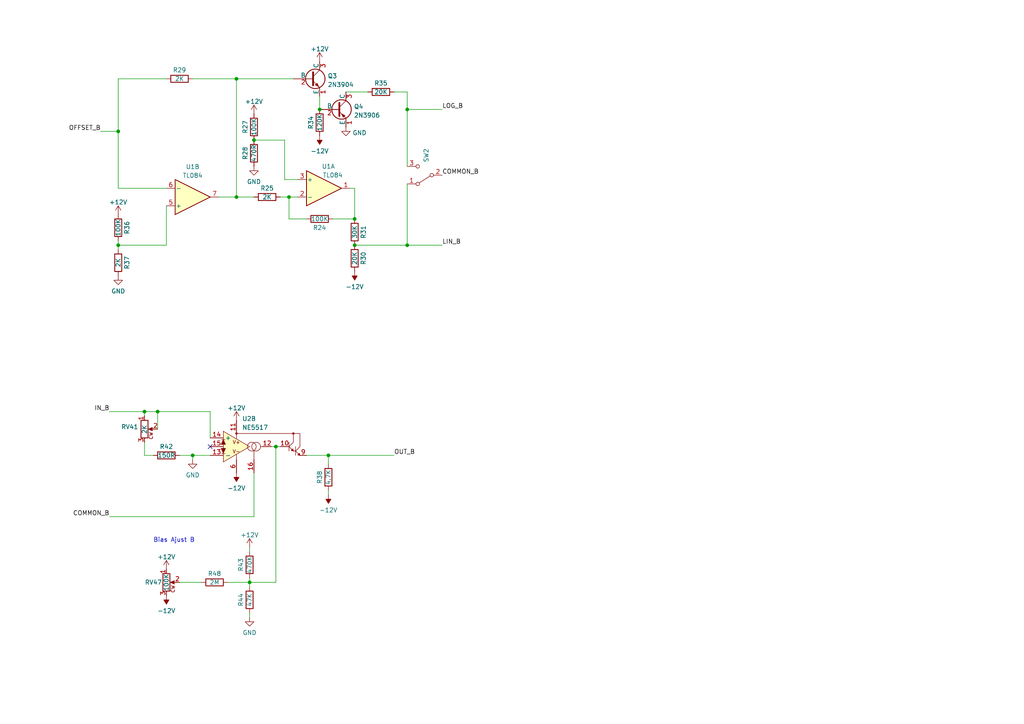
<source format=kicad_sch>
(kicad_sch (version 20211123) (generator eeschema)
  (paper "A4")
  (lib_symbols
    (symbol "Amplifier_Operational:TL084" (pin_names (offset 0.127))
      (property "Reference" "U" (at 0 5.08 0))
      (property "Value" "TL084" (at 0 -5.08 0))
      (symbol "TL084_1_1"
        (polyline (pts (xy -5.08 5.08) (xy 5.08 0) (xy -5.08 -5.08) (xy -5.08 5.08)) (stroke (width 0.254)) (fill (type background)))
        (pin output line (at 7.62 0 180) (length 2.54) (name "~") (number "1"))
        (pin input line (at -7.62 -2.54 0) (length 2.54) (name "-") (number "2"))
        (pin input line (at -7.62 2.54 0) (length 2.54) (name "+") (number "3"))
      )
      (symbol "TL084_2_1"
        (polyline (pts (xy -5.08 5.08) (xy 5.08 0) (xy -5.08 -5.08) (xy -5.08 5.08)) (stroke (width 0.254)) (fill (type background)))
        (pin input line (at -7.62 2.54 0) (length 2.54) (name "+") (number "5"))
        (pin input line (at -7.62 -2.54 0) (length 2.54) (name "-") (number "6"))
        (pin output line (at 7.62 0 180) (length 2.54) (name "~") (number "7"))
      )
      (symbol "TL084_3_1"
        (polyline (pts (xy -5.08 5.08) (xy 5.08 0) (xy -5.08 -5.08) (xy -5.08 5.08)) (stroke (width 0.254)) (fill (type background)))
        (pin input line (at -7.62 2.54 0) (length 2.54) (name "+") (number "10"))
        (pin output line (at 7.62 0 180) (length 2.54) (name "~") (number "8"))
        (pin input line (at -7.62 -2.54 0) (length 2.54) (name "-") (number "9"))
      )
      (symbol "TL084_4_1"
        (polyline (pts (xy -5.08 5.08) (xy 5.08 0) (xy -5.08 -5.08) (xy -5.08 5.08)) (stroke (width 0.254)) (fill (type background)))
        (pin input line (at -7.62 2.54 0) (length 2.54) (name "+") (number "12"))
        (pin input line (at -7.62 -2.54 0) (length 2.54) (name "-") (number "13"))
        (pin output line (at 7.62 0 180) (length 2.54) (name "~") (number "14"))
      )
      (symbol "TL084_5_1"
        (pin power_in line (at -2.54 -7.62 90) (length 3.81) (name "V-") (number "11"))
        (pin power_in line (at -2.54 7.62 270) (length 3.81) (name "V+") (number "4"))
      )
    )
    (symbol "Device:R" (pin_numbers hide) (pin_names (offset 0))
      (property "Reference" "R" (at 2.032 0 90))
      (property "Value" "R" (at 0 0 90))
      (symbol "R_0_1"
        (rectangle (start -1.016 -2.54) (end 1.016 2.54) (stroke (width 0.254)))
      )
      (symbol "R_1_1"
        (pin passive line (at 0 3.81 270) (length 1.27) (name "~") (number "1"))
        (pin passive line (at 0 -3.81 90) (length 1.27) (name "~") (number "2"))
      )
    )
    (symbol "Eurorack:Bourns_3296W_(Top_Adjust)" (pin_names (offset 1.016) hide)
      (property "Reference" "RV" (at -4.445 0 90))
      (property "Value" "Bourns_3296W_(Top_Adjust)" (at -2.54 0 90))
      (symbol "Bourns_3296W_(Top_Adjust)_0_0"
        (text "CW" (at 1.905 -1.905 900) (effects (font (size 1 1))))
      )
      (symbol "Bourns_3296W_(Top_Adjust)_0_1"
        (polyline (pts (xy 2.54 0) (xy 1.524 0)))
        (polyline (pts (xy 1.143 0) (xy 2.286 0.508) (xy 2.286 -0.508) (xy 1.143 0)) (fill (type outline)))
        (rectangle (start 1.016 2.54) (end -1.016 -2.54) (stroke (width 0.254)))
      )
      (symbol "Bourns_3296W_(Top_Adjust)_1_1"
        (pin passive line (at 0 3.81 270) (length 1.27) (name "1") (number "1"))
        (pin passive line (at 3.81 0 180) (length 1.27) (name "2") (number "2"))
        (pin passive line (at 0 -3.81 90) (length 1.27) (name "3") (number "3"))
      )
    )
    (symbol "OTA:NE5517"
      (property "Reference" "U" (at -2.54 7.62 0))
      (property "Value" "NE5517" (at 0 5.08 0))
      (symbol "NE5517_0_0"
        (circle (center -5.08 3.81) (radius 0.254) (fill (type outline)))
        (polyline (pts (xy -5.08 -3.81) (xy -5.08 -2.286)))
        (polyline (pts (xy -5.08 3.81) (xy -5.08 2.286)))
        (polyline (pts (xy 2.54 0) (xy 1.905 0)))
        (text "V+" (at -5.08 1.27 0) (effects (font (size 1.016 1.016))))
        (text "V-" (at -5.08 -1.397 0) (effects (font (size 1.016 1.016))))
      )
      (symbol "NE5517_0_1"
        (circle (center -0.635 0) (radius 1.27))
        (polyline (pts (xy -9.398 -2.032) (xy -8.382 -2.032)))
        (polyline (pts (xy -5.08 3.81) (xy 11.43 3.81)))
        (polyline (pts (xy 0 -3.81) (xy 0 -1.27)))
        (polyline (pts (xy 12.065 -1.27) (xy 13.335 -2.54)))
        (polyline (pts (xy 12.065 0) (xy 12.065 -2.54)))
        (polyline (pts (xy -9.398 2.032) (xy -8.763 2.032) (xy -8.382 2.032)))
        (polyline (pts (xy 10.16 0) (xy 11.43 -1.27) (xy 12.065 -1.27)))
        (polyline (pts (xy 10.16 1.27) (xy 10.16 0) (xy 10.16 -1.27)))
        (polyline (pts (xy 11.43 3.81) (xy 11.43 1.27) (xy 10.16 0)))
        (polyline (pts (xy -8.89 -1.905) (xy -9.525 -0.508) (xy -8.255 -0.508) (xy -8.89 -1.905)) (fill (type outline)))
        (polyline (pts (xy -8.89 2.032) (xy -9.525 0.635) (xy -8.255 0.635) (xy -8.89 2.032)) (fill (type outline)))
        (polyline (pts (xy -8.89 4.445) (xy -1.27 0) (xy -8.89 -4.445) (xy -8.89 4.445)) (stroke (width 0.1524)) (fill (type background)))
        (polyline (pts (xy 11.43 -1.27) (xy 10.795 -1.143) (xy 11.303 -0.635) (xy 11.43 -1.27)) (fill (type outline)))
        (polyline (pts (xy 12.065 -1.27) (xy 13.335 0) (xy 13.335 3.81) (xy 11.43 3.81)))
        (polyline (pts (xy 13.335 -2.54) (xy 12.7 -2.413) (xy 13.208 -1.905) (xy 13.335 -2.54)) (fill (type outline)))
        (circle (center 0.635 0) (radius 1.27))
        (circle (center 11.43 3.81) (radius 0.254) (fill (type outline)))
        (pin input line (at -5.08 7.62 270) (length 3.81) (name "~") (number "11"))
        (pin input line (at -5.08 -7.62 90) (length 3.81) (name "~") (number "6"))
      )
      (symbol "NE5517_1_1"
        (pin input line (at 0 -7.62 90) (length 3.81) (name "~") (number "1"))
        (pin input line (at -12.7 0 0) (length 3.81) (name "~") (number "2"))
        (pin input line (at -12.7 2.54 0) (length 3.81) (name "+") (number "3"))
        (pin input line (at -12.7 -2.54 0) (length 3.81) (name "-") (number "4"))
        (pin output line (at 5.08 0 180) (length 2.54) (name "~") (number "5"))
        (pin input line (at 7.62 0 0) (length 2.54) (name "~") (number "7"))
        (pin input line (at 15.24 -2.54 180) (length 1.905) (name "~") (number "8"))
      )
      (symbol "NE5517_2_1"
        (pin input line (at 7.62 0 0) (length 2.54) (name "~") (number "10"))
        (pin output line (at 5.08 0 180) (length 2.54) (name "~") (number "12"))
        (pin input line (at -12.7 -2.54 0) (length 3.81) (name "-") (number "13"))
        (pin input line (at -12.7 2.54 0) (length 3.81) (name "+") (number "14"))
        (pin input line (at -12.7 0 0) (length 3.81) (name "~") (number "15"))
        (pin input line (at 0 -7.62 90) (length 3.81) (name "~") (number "16"))
        (pin input line (at 15.24 -2.54 180) (length 1.905) (name "~") (number "9"))
      )
    )
    (symbol "Switch:SW_SPDT" (pin_names (offset 0) hide)
      (property "Reference" "SW" (at 0 4.318 0))
      (property "Value" "SW_SPDT" (at 0 -5.08 0))
      (symbol "SW_SPDT_0_0"
        (circle (center -2.032 0) (radius 0.508))
        (circle (center 2.032 -2.54) (radius 0.508))
      )
      (symbol "SW_SPDT_0_1"
        (polyline (pts (xy -1.524 0.254) (xy 1.651 2.286)))
        (circle (center 2.032 2.54) (radius 0.508))
      )
      (symbol "SW_SPDT_1_1"
        (pin passive line (at 5.08 2.54 180) (length 2.54) (name "A") (number "1"))
        (pin passive line (at -5.08 0 0) (length 2.54) (name "B") (number "2"))
        (pin passive line (at 5.08 -2.54 180) (length 2.54) (name "C") (number "3"))
      )
    )
    (symbol "Transistor_BJT:2N3904" (pin_names (offset 0))
      (property "Reference" "Q" (at 5.08 1.905 0))
      (property "Value" "2N3904" (at 5.08 0 0))
      (symbol "2N3904_0_1"
        (polyline (pts (xy 0.635 0.635) (xy 2.54 2.54)))
        (polyline (pts (xy 0.635 -0.635) (xy 2.54 -2.54) (xy 2.54 -2.54)))
        (polyline (pts (xy 0.635 1.905) (xy 0.635 -1.905) (xy 0.635 -1.905)) (stroke (width 0.508)))
        (polyline (pts (xy 1.27 -1.778) (xy 1.778 -1.27) (xy 2.286 -2.286) (xy 1.27 -1.778) (xy 1.27 -1.778)) (fill (type outline)))
        (circle (center 1.27 0) (radius 2.8194) (stroke (width 0.254)))
      )
      (symbol "2N3904_1_1"
        (pin passive line (at 2.54 -5.08 90) (length 2.54) (name "E") (number "1"))
        (pin passive line (at -5.08 0 0) (length 5.715) (name "B") (number "2"))
        (pin passive line (at 2.54 5.08 270) (length 2.54) (name "C") (number "3"))
      )
    )
    (symbol "Transistor_BJT:2N3906" (pin_names (offset 0))
      (property "Reference" "Q" (at 5.08 1.905 0))
      (property "Value" "2N3906" (at 5.08 0 0))
      (symbol "2N3906_0_1"
        (polyline (pts (xy 0.635 0.635) (xy 2.54 2.54)))
        (polyline (pts (xy 0.635 -0.635) (xy 2.54 -2.54) (xy 2.54 -2.54)))
        (polyline (pts (xy 0.635 1.905) (xy 0.635 -1.905) (xy 0.635 -1.905)) (stroke (width 0.508)))
        (polyline (pts (xy 2.286 -1.778) (xy 1.778 -2.286) (xy 1.27 -1.27) (xy 2.286 -1.778) (xy 2.286 -1.778)) (fill (type outline)))
        (circle (center 1.27 0) (radius 2.8194) (stroke (width 0.254)))
      )
      (symbol "2N3906_1_1"
        (pin passive line (at 2.54 -5.08 90) (length 2.54) (name "E") (number "1"))
        (pin input line (at -5.08 0 0) (length 5.715) (name "B") (number "2"))
        (pin passive line (at 2.54 5.08 270) (length 2.54) (name "C") (number "3"))
      )
    )
    (symbol "power:+12V" (power) (pin_names (offset 0))
      (property "Value" "+12V" (at 0 3.556 0))
      (symbol "+12V_0_1"
        (polyline (pts (xy -0.762 1.27) (xy 0 2.54)))
        (polyline (pts (xy 0 0) (xy 0 2.54)))
        (polyline (pts (xy 0 2.54) (xy 0.762 1.27)))
      )
      (symbol "+12V_1_1"
        (pin power_in line (at 0 0 90) (length 0) hide (name "+12V") (number "1"))
      )
    )
    (symbol "power:-12V" (power) (pin_names (offset 0))
      (property "Value" "-12V" (at 0 3.81 0))
      (symbol "-12V_0_0"
        (pin power_in line (at 0 0 90) (length 0) hide (name "-12V") (number "1"))
      )
      (symbol "-12V_0_1"
        (polyline (pts (xy 0 0) (xy 0 1.27) (xy 0.762 1.27) (xy 0 2.54) (xy -0.762 1.27) (xy 0 1.27)) (fill (type outline)))
      )
    )
    (symbol "power:GND" (power) (pin_names (offset 0))
      (property "Value" "GND" (at 0 -3.81 0))
      (symbol "GND_0_1"
        (polyline (pts (xy 0 0) (xy 0 -1.27) (xy 1.27 -1.27) (xy 0 -2.54) (xy -1.27 -1.27) (xy 0 -1.27)))
      )
      (symbol "GND_1_1"
        (pin power_in line (at 0 0 270) (length 0) hide (name "GND") (number "1"))
      )
    )
  )
  (junction (at 34.29 38.1))
  (junction (at 118.11 71.12))
  (junction (at 55.88 132.08))
  (junction (at 34.29 71.12))
  (junction (at 45.72 119.38))
  (junction (at 102.87 71.12))
  (junction (at 95.25 132.08))
  (junction (at 80.01 129.54))
  (junction (at 41.91 119.38))
  (junction (at 68.58 57.15))
  (junction (at 92.71 31.75))
  (junction (at 118.11 31.75))
  (junction (at 72.39 168.91))
  (junction (at 83.82 57.15))
  (junction (at 73.66 40.64))
  (junction (at 68.58 22.86))
  (junction (at 102.87 63.5))
  (no_connect (at 60.96 129.54))
  (wire (pts (xy 29.21 38.1) (xy 34.29 38.1)))
  (wire (pts (xy 95.25 134.62) (xy 95.25 132.08)))
  (wire (pts (xy 106.68 26.67) (xy 100.33 26.67)))
  (wire (pts (xy 102.87 63.5) (xy 102.87 54.61)))
  (wire (pts (xy 96.52 63.5) (xy 102.87 63.5)))
  (wire (pts (xy 95.25 132.08) (xy 114.3 132.08)))
  (wire (pts (xy 41.91 120.65) (xy 41.91 119.38)))
  (wire (pts (xy 52.07 132.08) (xy 55.88 132.08)))
  (wire (pts (xy 52.07 168.91) (xy 58.42 168.91)))
  (wire (pts (xy 83.82 63.5) (xy 88.9 63.5)))
  (wire (pts (xy 118.11 26.67) (xy 118.11 31.75)))
  (wire (pts (xy 41.91 128.27) (xy 41.91 132.08)))
  (wire (pts (xy 118.11 71.12) (xy 128.27 71.12)))
  (wire (pts (xy 72.39 168.91) (xy 66.04 168.91)))
  (wire (pts (xy 73.66 40.64) (xy 82.55 40.64)))
  (wire (pts (xy 118.11 26.67) (xy 114.3 26.67)))
  (wire (pts (xy 34.29 69.85) (xy 34.29 71.12)))
  (wire (pts (xy 44.45 132.08) (xy 41.91 132.08)))
  (wire (pts (xy 83.82 57.15) (xy 86.36 57.15)))
  (wire (pts (xy 92.71 27.94) (xy 92.71 31.75)))
  (wire (pts (xy 31.75 119.38) (xy 41.91 119.38)))
  (wire (pts (xy 88.9 132.08) (xy 95.25 132.08)))
  (wire (pts (xy 34.29 22.86) (xy 34.29 38.1)))
  (wire (pts (xy 45.72 124.46) (xy 45.72 119.38)))
  (wire (pts (xy 34.29 71.12) (xy 34.29 72.39)))
  (wire (pts (xy 68.58 57.15) (xy 73.66 57.15)))
  (wire (pts (xy 55.88 132.08) (xy 60.96 132.08)))
  (wire (pts (xy 83.82 57.15) (xy 83.82 63.5)))
  (wire (pts (xy 118.11 53.34) (xy 118.11 71.12)))
  (wire (pts (xy 34.29 22.86) (xy 48.26 22.86)))
  (wire (pts (xy 48.26 59.69) (xy 48.26 71.12)))
  (wire (pts (xy 72.39 158.75) (xy 72.39 160.02)))
  (wire (pts (xy 55.88 22.86) (xy 68.58 22.86)))
  (wire (pts (xy 34.29 54.61) (xy 48.26 54.61)))
  (wire (pts (xy 72.39 177.8) (xy 72.39 179.07)))
  (wire (pts (xy 81.28 57.15) (xy 83.82 57.15)))
  (wire (pts (xy 68.58 22.86) (xy 85.09 22.86)))
  (wire (pts (xy 72.39 168.91) (xy 72.39 170.18)))
  (wire (pts (xy 118.11 31.75) (xy 128.27 31.75)))
  (wire (pts (xy 68.58 22.86) (xy 68.58 57.15)))
  (wire (pts (xy 34.29 38.1) (xy 34.29 54.61)))
  (wire (pts (xy 82.55 52.07) (xy 86.36 52.07)))
  (wire (pts (xy 72.39 168.91) (xy 80.01 168.91)))
  (wire (pts (xy 31.75 149.86) (xy 73.66 149.86)))
  (wire (pts (xy 72.39 167.64) (xy 72.39 168.91)))
  (wire (pts (xy 45.72 119.38) (xy 41.91 119.38)))
  (wire (pts (xy 82.55 40.64) (xy 82.55 52.07)))
  (wire (pts (xy 55.88 133.35) (xy 55.88 132.08)))
  (wire (pts (xy 102.87 71.12) (xy 118.11 71.12)))
  (wire (pts (xy 102.87 54.61) (xy 101.6 54.61)))
  (wire (pts (xy 80.01 129.54) (xy 80.01 168.91)))
  (wire (pts (xy 118.11 31.75) (xy 118.11 48.26)))
  (wire (pts (xy 95.25 142.24) (xy 95.25 143.51)))
  (wire (pts (xy 78.74 129.54) (xy 80.01 129.54)))
  (wire (pts (xy 80.01 129.54) (xy 81.28 129.54)))
  (wire (pts (xy 60.96 119.38) (xy 60.96 127)))
  (wire (pts (xy 34.29 71.12) (xy 48.26 71.12)))
  (wire (pts (xy 73.66 137.16) (xy 73.66 149.86)))
  (wire (pts (xy 45.72 119.38) (xy 60.96 119.38)))
  (wire (pts (xy 63.5 57.15) (xy 68.58 57.15)))
  (text "Bias Ajust B" (at 44.45 157.48 0) (effects (font (size 1.27 1.27)) (justify left bottom)))
  (label "COMMON_B" (at 128.27 50.8 0))
  (label "COMMON_B" (at 31.75 149.86 180))
  (label "OFFSET_B" (at 29.21 38.1 180))
  (label "LIN_B" (at 128.27 71.12 0))
  (label "IN_B" (at 31.75 119.38 180))
  (label "LOG_B" (at 128.27 31.75 0))
  (label "OUT_B" (at 114.3 132.08 0))
  (symbol (lib_id "Device:R") (at 92.71 35.56 180) (unit 1)
    (property "Reference" "R34" (at 90.17 35.56 90))
    (property "Value" "120K" (at 92.71 35.56 90))
  )
  (symbol (lib_id "Device:R") (at 92.71 63.5 270) (unit 1)
    (property "Reference" "R24" (at 92.71 66.04 90))
    (property "Value" "100K" (at 92.71 63.5 90))
  )
  (symbol (lib_id "Device:R") (at 34.29 66.04 0) (unit 1)
    (property "Reference" "R36" (at 36.83 66.04 90))
    (property "Value" "100K" (at 34.29 66.04 90))
  )
  (symbol (lib_id "Device:R") (at 102.87 67.31 0) (unit 1)
    (property "Reference" "R31" (at 105.41 67.31 90))
    (property "Value" "30K" (at 102.87 67.31 90))
  )
  (symbol (lib_id "OTA:NE5517") (at 73.66 129.54 0) (unit 2)
    (property "Reference" "U2" (at 70.2311 121.446 0) (effects (justify left)))
    (property "Value" "NE5517" (at 70.2311 123.9829 0) (effects (justify left)))
  )
  (symbol (lib_id "Device:R") (at 34.29 76.2 0) (unit 1)
    (property "Reference" "R37" (at 36.83 76.2 90))
    (property "Value" "2K" (at 34.29 76.2 90))
  )
  (symbol (lib_id "power:-12V") (at 102.87 78.74 180) (unit 1)
    (property "Reference" "#PWR0131" (effects hide))
    (property "Value" "-12V" (at 102.87 83.1834 0))
  )
  (symbol (lib_id "Transistor_BJT:2N3906") (at 97.79 31.75 0) (unit 1)
    (property "Reference" "Q4" (at 102.6414 30.9153 0) (effects (justify left)))
    (property "Value" "2N3906" (at 102.6414 33.4522 0) (effects (justify left)))
    (property "Datasheet" "https://www.onsemi.com/pub/Collateral/2N3906-D.PDF" (effects hide))
  )
  (symbol (lib_id "power:-12V") (at 95.25 143.51 180) (unit 1)
    (property "Reference" "#PWR0129" (effects hide))
    (property "Value" "-12V" (at 95.25 147.9534 0))
  )
  (symbol (lib_id "power:GND") (at 34.29 80.01 0) (unit 1)
    (property "Reference" "#PWR0143" (effects hide))
    (property "Value" "~" (at 34.29 84.4534 0))
  )
  (symbol (lib_id "Device:R") (at 48.26 132.08 90) (unit 1)
    (property "Reference" "R42" (at 48.26 129.54 90))
    (property "Value" "150R" (at 48.26 132.08 90))
  )
  (symbol (lib_id "Eurorack:Bourns_3296W_(Top_Adjust)") (at 48.26 168.91 0) (unit 1)
    (property "Reference" "RV47" (at 46.99 168.91 0) (effects (justify right)))
    (property "Value" "100K" (at 48.26 166.37 90) (effects (justify right)))
    (property "Footprint" "Potentiometer_THT:Potentiometer_Bourns_3296W_Vertical" (effects hide))
  )
  (symbol (lib_id "Amplifier_Operational:TL084") (at 93.98 54.61 0) (unit 1)
    (property "Reference" "U1" (at 95.25 48.26 0))
    (property "Value" "TL084" (at 96.52 50.8 0))
    (property "Datasheet" "http://www.ti.com/lit/ds/symlink/tl081.pdf" (effects hide))
  )
  (symbol (lib_id "Amplifier_Operational:TL084") (at 55.88 57.15 0) (mirror x) (unit 2)
    (property "Reference" "U1" (at 55.88 48.3702 0))
    (property "Value" "TL084" (at 55.88 50.9071 0))
    (property "Datasheet" "http://www.ti.com/lit/ds/symlink/tl081.pdf" (effects hide))
  )
  (symbol (lib_id "power:GND") (at 72.39 179.07 0) (unit 1)
    (property "Reference" "#PWR0135" (effects hide))
    (property "Value" "~" (at 72.39 183.5134 0))
  )
  (symbol (lib_id "Device:R") (at 95.25 138.43 180) (unit 1)
    (property "Reference" "R38" (at 92.71 138.43 90))
    (property "Value" "4.7K" (at 95.25 138.43 90))
  )
  (symbol (lib_id "Device:R") (at 102.87 74.93 0) (unit 1)
    (property "Reference" "R30" (at 105.41 74.93 90))
    (property "Value" "20K" (at 102.87 74.93 90))
  )
  (symbol (lib_id "Transistor_BJT:2N3904") (at 90.17 22.86 0) (unit 1)
    (property "Reference" "Q3" (at 95.0214 22.0253 0) (effects (justify left)))
    (property "Value" "2N3904" (at 95.0214 24.5622 0) (effects (justify left)))
    (property "Datasheet" "https://www.onsemi.com/pub/Collateral/2N3903-D.PDF" (effects hide))
  )
  (symbol (lib_id "power:+12V") (at 73.66 33.02 0) (unit 1)
    (property "Reference" "#PWR0134" (effects hide))
    (property "Value" "+12V" (at 73.66 29.4442 0))
  )
  (symbol (lib_id "Switch:SW_SPDT") (at 123.19 50.8 180) (unit 1)
    (property "Reference" "SW2" (at 123.6238 47.117 90) (effects (justify right)))
  )
  (symbol (lib_id "power:-12V") (at 92.71 39.37 180) (unit 1)
    (property "Reference" "#PWR0148" (effects hide))
    (property "Value" "-12V" (at 92.71 43.8134 0))
  )
  (symbol (lib_id "Device:R") (at 72.39 163.83 180) (unit 1)
    (property "Reference" "R43" (at 69.85 163.83 90))
    (property "Value" "470K" (at 72.39 163.83 90))
  )
  (symbol (lib_id "power:GND") (at 55.88 133.35 0) (unit 1)
    (property "Reference" "#PWR0130" (effects hide))
    (property "Value" "~" (at 55.88 137.7934 0))
  )
  (symbol (lib_id "power:GND") (at 73.66 48.26 0) (unit 1)
    (property "Reference" "#PWR0128" (effects hide))
    (property "Value" "~" (at 73.66 52.7034 0))
  )
  (symbol (lib_id "Device:R") (at 62.23 168.91 90) (unit 1)
    (property "Reference" "R48" (at 62.23 166.37 90))
    (property "Value" "2M" (at 62.23 168.91 90))
  )
  (symbol (lib_id "power:+12V") (at 68.58 121.92 0) (unit 1)
    (property "Reference" "#PWR?" (effects hide))
    (property "Value" "+12V" (at 68.58 118.3442 0))
  )
  (symbol (lib_id "power:-12V") (at 68.58 137.16 180) (unit 1)
    (property "Reference" "#PWR?" (effects hide))
    (property "Value" "-12V" (at 68.58 141.6034 0))
  )
  (symbol (lib_id "Device:R") (at 52.07 22.86 90) (unit 1)
    (property "Reference" "R29" (at 52.07 20.32 90))
    (property "Value" "2K" (at 52.07 22.86 90))
  )
  (symbol (lib_id "Device:R") (at 73.66 44.45 180) (unit 1)
    (property "Reference" "R28" (at 71.12 44.45 90))
    (property "Value" "470R" (at 73.66 44.45 90))
  )
  (symbol (lib_id "power:GND") (at 100.33 36.83 0) (mirror y) (unit 1)
    (property "Reference" "#PWR0127" (effects hide))
    (property "Value" "~" (at 102.235 38.5338 0) (effects (justify right)))
  )
  (symbol (lib_id "Device:R") (at 73.66 36.83 180) (unit 1)
    (property "Reference" "R27" (at 71.12 36.83 90))
    (property "Value" "100K" (at 73.66 36.83 90))
  )
  (symbol (lib_id "Device:R") (at 72.39 173.99 180) (unit 1)
    (property "Reference" "R44" (at 69.85 173.99 90))
    (property "Value" "47K" (at 72.39 173.99 90))
  )
  (symbol (lib_id "power:+12V") (at 92.71 17.78 0) (unit 1)
    (property "Reference" "#PWR0132" (effects hide))
    (property "Value" "+12V" (at 92.71 14.2042 0))
  )
  (symbol (lib_id "power:+12V") (at 34.29 62.23 0) (unit 1)
    (property "Reference" "#PWR0140" (effects hide))
    (property "Value" "+12V" (at 34.29 58.6542 0))
  )
  (symbol (lib_id "Eurorack:Bourns_3296W_(Top_Adjust)") (at 41.91 124.46 0) (unit 1)
    (property "Reference" "RV41" (at 40.1321 123.8112 0) (effects (justify right)))
    (property "Value" "2K" (at 41.91 123.19 90) (effects (justify right)))
  )
  (symbol (lib_id "Device:R") (at 77.47 57.15 90) (unit 1)
    (property "Reference" "R25" (at 77.47 54.61 90))
    (property "Value" "2K" (at 77.47 57.15 90))
  )
  (symbol (lib_id "Device:R") (at 110.49 26.67 90) (unit 1)
    (property "Reference" "R35" (at 110.49 24.13 90))
    (property "Value" "20K" (at 110.49 26.67 90))
  )
  (symbol (lib_id "power:+12V") (at 72.39 158.75 0) (unit 1)
    (property "Reference" "#PWR0126" (effects hide))
    (property "Value" "+12V" (at 72.39 155.1742 0))
  )
  (symbol (lib_id "power:+12V") (at 48.26 165.1 0) (unit 1)
    (property "Reference" "#PWR0137" (effects hide))
    (property "Value" "+12V" (at 48.26 161.5242 0))
  )
  (symbol (lib_id "power:-12V") (at 48.26 172.72 180) (unit 1)
    (property "Reference" "#PWR0138" (effects hide))
    (property "Value" "-12V" (at 48.26 177.1634 0))
  )
)
</source>
